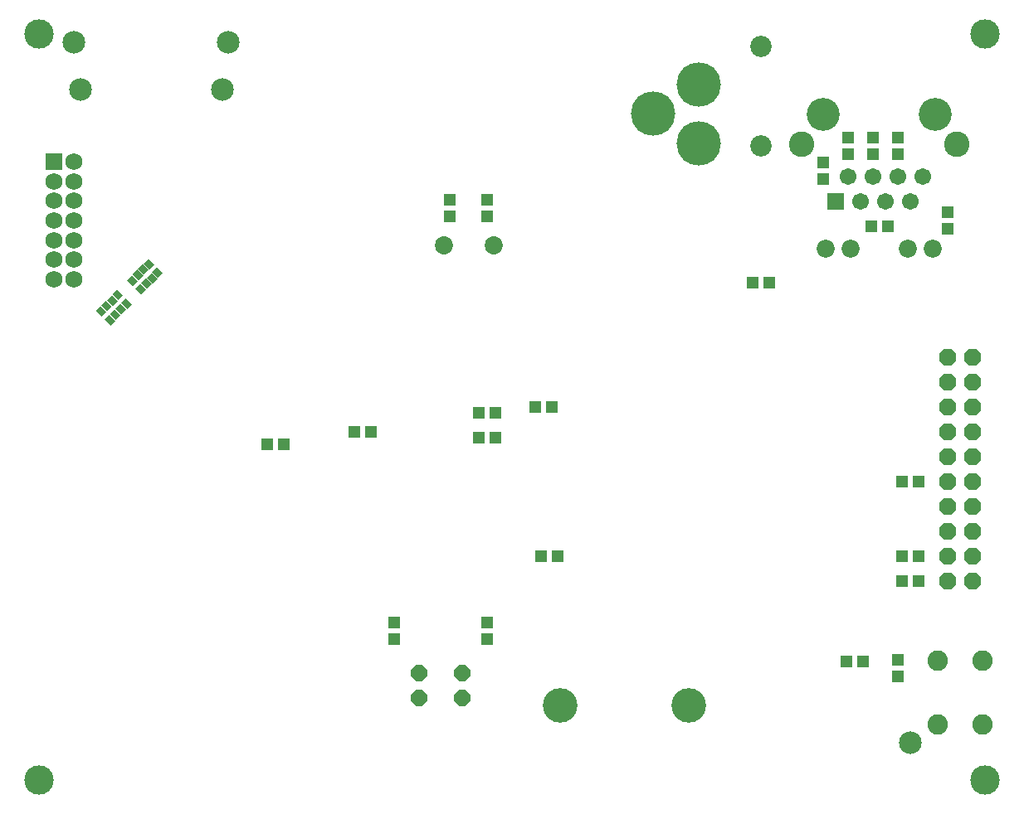
<source format=gbs>
G75*
G70*
%OFA0B0*%
%FSLAX24Y24*%
%IPPOS*%
%LPD*%
%AMOC8*
5,1,8,0,0,1.08239X$1,22.5*
%
%ADD10C,0.1182*%
%ADD11R,0.0674X0.0674*%
%ADD12C,0.0674*%
%ADD13C,0.0722*%
%ADD14C,0.1025*%
%ADD15C,0.1320*%
%ADD16C,0.1780*%
%ADD17C,0.0820*%
%ADD18OC8,0.0680*%
%ADD19R,0.0513X0.0474*%
%ADD20R,0.0474X0.0513*%
%ADD21C,0.0860*%
%ADD22C,0.0907*%
%ADD23C,0.0730*%
%ADD24R,0.0277X0.0336*%
%ADD25R,0.0680X0.0680*%
%ADD26C,0.0680*%
%ADD27C,0.1390*%
%ADD28OC8,0.0640*%
D10*
X001100Y002790D03*
X001100Y032790D03*
X039100Y032790D03*
X039100Y002790D03*
D11*
X033100Y026040D03*
D12*
X034100Y026040D03*
X035100Y026040D03*
X036100Y026040D03*
X035600Y027040D03*
X036600Y027040D03*
X034600Y027040D03*
X033600Y027040D03*
D13*
X033698Y024138D03*
X032698Y024138D03*
X036002Y024138D03*
X037002Y024138D03*
D14*
X037960Y028339D03*
X031740Y028339D03*
D15*
X032600Y029540D03*
X037100Y029540D03*
D16*
X027600Y028396D03*
X025750Y029577D03*
X027600Y030758D03*
D17*
X037210Y007570D03*
X038990Y007570D03*
X038990Y005010D03*
X037210Y005010D03*
D18*
X037600Y010790D03*
X038600Y010790D03*
X038600Y011790D03*
X037600Y011790D03*
X037600Y012790D03*
X038600Y012790D03*
X038600Y013790D03*
X037600Y013790D03*
X037600Y014790D03*
X038600Y014790D03*
X038600Y015790D03*
X038600Y016790D03*
X037600Y016790D03*
X037600Y015790D03*
X037600Y017790D03*
X038600Y017790D03*
X038600Y018790D03*
X037600Y018790D03*
X037600Y019790D03*
X038600Y019790D03*
D19*
X036435Y014790D03*
X035765Y014790D03*
X035765Y011790D03*
X036435Y011790D03*
X036435Y010790D03*
X035765Y010790D03*
X034185Y007540D03*
X033515Y007540D03*
X021935Y011790D03*
X021265Y011790D03*
X019435Y016540D03*
X018765Y016540D03*
X018765Y017540D03*
X019435Y017540D03*
X021015Y017790D03*
X021685Y017790D03*
X014435Y016790D03*
X013765Y016790D03*
X010935Y016290D03*
X010265Y016290D03*
X029765Y022790D03*
X030435Y022790D03*
X034515Y025040D03*
X035185Y025040D03*
D20*
X037600Y024955D03*
X037600Y025624D03*
X035600Y027955D03*
X035600Y028624D03*
X034600Y028624D03*
X034600Y027955D03*
X033600Y027955D03*
X033600Y028624D03*
X032600Y027624D03*
X032600Y026955D03*
X019100Y026124D03*
X019100Y025455D03*
X017600Y025455D03*
X017600Y026124D03*
X019100Y009124D03*
X019100Y008455D03*
X015350Y008455D03*
X015350Y009124D03*
X035600Y007624D03*
X035600Y006955D03*
D21*
X030100Y028290D03*
X030100Y032290D03*
D22*
X008691Y032469D03*
X008454Y030540D03*
X002746Y030540D03*
X002509Y032469D03*
X036100Y004290D03*
D23*
X019350Y024290D03*
X017350Y024290D03*
D24*
G36*
X005642Y023221D02*
X005837Y023416D01*
X006074Y023179D01*
X005879Y022984D01*
X005642Y023221D01*
G37*
G36*
X005419Y022998D02*
X005614Y023193D01*
X005851Y022956D01*
X005656Y022761D01*
X005419Y022998D01*
G37*
G36*
X005197Y022775D02*
X005392Y022970D01*
X005629Y022733D01*
X005434Y022538D01*
X005197Y022775D01*
G37*
G36*
X004974Y022553D02*
X005169Y022748D01*
X005406Y022511D01*
X005211Y022316D01*
X004974Y022553D01*
G37*
G36*
X004626Y022901D02*
X004821Y023096D01*
X005058Y022859D01*
X004863Y022664D01*
X004626Y022901D01*
G37*
G36*
X004849Y023123D02*
X005044Y023318D01*
X005281Y023081D01*
X005086Y022886D01*
X004849Y023123D01*
G37*
G36*
X005071Y023346D02*
X005266Y023541D01*
X005503Y023304D01*
X005308Y023109D01*
X005071Y023346D01*
G37*
G36*
X005294Y023569D02*
X005489Y023764D01*
X005726Y023527D01*
X005531Y023332D01*
X005294Y023569D01*
G37*
G36*
X004044Y022319D02*
X004239Y022514D01*
X004476Y022277D01*
X004281Y022082D01*
X004044Y022319D01*
G37*
G36*
X003821Y022096D02*
X004016Y022291D01*
X004253Y022054D01*
X004058Y021859D01*
X003821Y022096D01*
G37*
G36*
X003599Y021873D02*
X003794Y022068D01*
X004031Y021831D01*
X003836Y021636D01*
X003599Y021873D01*
G37*
G36*
X003376Y021651D02*
X003571Y021846D01*
X003808Y021609D01*
X003613Y021414D01*
X003376Y021651D01*
G37*
G36*
X003724Y021303D02*
X003919Y021498D01*
X004156Y021261D01*
X003961Y021066D01*
X003724Y021303D01*
G37*
G36*
X003947Y021525D02*
X004142Y021720D01*
X004379Y021483D01*
X004184Y021288D01*
X003947Y021525D01*
G37*
G36*
X004169Y021748D02*
X004364Y021943D01*
X004601Y021706D01*
X004406Y021511D01*
X004169Y021748D01*
G37*
G36*
X004392Y021971D02*
X004587Y022166D01*
X004824Y021929D01*
X004629Y021734D01*
X004392Y021971D01*
G37*
D25*
X001706Y027652D03*
D26*
X001706Y026864D03*
X001706Y026077D03*
X002494Y026077D03*
X002494Y026864D03*
X002494Y027652D03*
X002494Y025290D03*
X001706Y025290D03*
X001706Y024502D03*
X001706Y023715D03*
X002494Y023715D03*
X002494Y024502D03*
X002494Y022927D03*
X001706Y022927D03*
D27*
X022015Y005790D03*
X027185Y005790D03*
D28*
X018100Y006090D03*
X018100Y007090D03*
X016350Y007090D03*
X016350Y006090D03*
M02*

</source>
